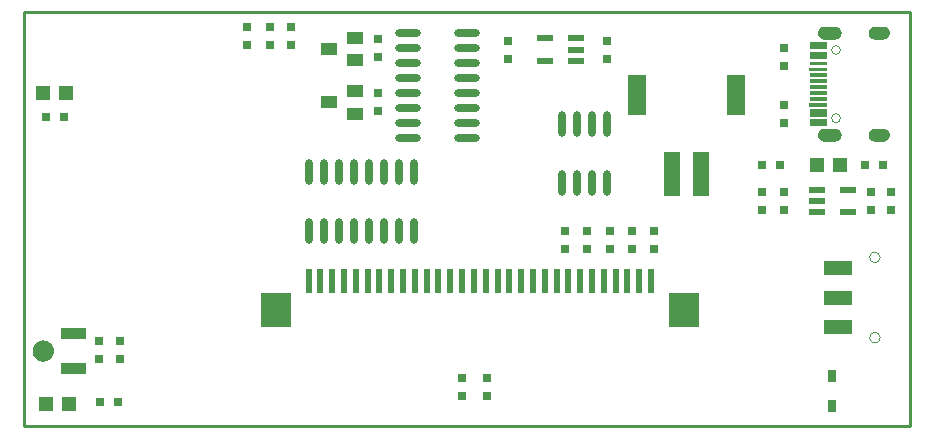
<source format=gtp>
G04*
G04 #@! TF.GenerationSoftware,Altium Limited,Altium Designer,20.0.13 (296)*
G04*
G04 Layer_Color=8421504*
%FSLAX24Y24*%
%MOIN*%
G70*
G01*
G75*
%ADD11C,0.0100*%
%ADD15C,0.0002*%
%ADD16R,0.0315X0.0299*%
%ADD17R,0.0551X0.0236*%
%ADD18R,0.0299X0.0315*%
%ADD19R,0.0472X0.0472*%
%ADD20R,0.0965X0.0472*%
%ADD21R,0.0315X0.0394*%
%ADD22R,0.0551X0.1496*%
%ADD23R,0.0630X0.1378*%
%ADD24R,0.0236X0.0787*%
%ADD25R,0.0984X0.1181*%
%ADD26O,0.0236X0.0866*%
%ADD27O,0.0866X0.0236*%
%ADD28R,0.0551X0.0394*%
G36*
X46462Y43217D02*
X46473Y43216D01*
X46484Y43215D01*
X46494Y43213D01*
X46505Y43211D01*
X46515Y43208D01*
X46525Y43204D01*
X46535Y43200D01*
X46545Y43196D01*
X46555Y43191D01*
X46564Y43186D01*
X46573Y43180D01*
X46582Y43173D01*
X46590Y43167D01*
X46599Y43160D01*
X46606Y43152D01*
X46614Y43144D01*
X46621Y43136D01*
X46627Y43127D01*
X46633Y43118D01*
X46639Y43109D01*
X46644Y43100D01*
X46649Y43090D01*
X46653Y43080D01*
X46657Y43070D01*
X46660Y43059D01*
X46662Y43049D01*
X46665Y43038D01*
X46666Y43028D01*
X46667Y43017D01*
X46668Y43006D01*
Y42995D01*
X46667Y42985D01*
X46666Y42974D01*
X46665Y42963D01*
X46662Y42953D01*
X46660Y42942D01*
X46657Y42932D01*
X46653Y42922D01*
X46649Y42912D01*
X46644Y42902D01*
X46639Y42893D01*
X46633Y42883D01*
X46627Y42874D01*
X46621Y42866D01*
X46614Y42858D01*
X46606Y42850D01*
X46599Y42842D01*
X46590Y42835D01*
X46582Y42828D01*
X46573Y42822D01*
X46564Y42816D01*
X46555Y42811D01*
X46545Y42806D01*
X46535Y42801D01*
X46525Y42797D01*
X46515Y42794D01*
X46505Y42791D01*
X46494Y42789D01*
X46484Y42787D01*
X46473Y42785D01*
X46462Y42785D01*
X46451Y42784D01*
X46176D01*
X46165Y42785D01*
X46154Y42785D01*
X46143Y42787D01*
X46133Y42789D01*
X46122Y42791D01*
X46112Y42794D01*
X46102Y42797D01*
X46092Y42801D01*
X46082Y42806D01*
X46072Y42811D01*
X46063Y42816D01*
X46054Y42822D01*
X46045Y42828D01*
X46036Y42835D01*
X46028Y42842D01*
X46021Y42850D01*
X46013Y42858D01*
X46006Y42866D01*
X46000Y42874D01*
X45994Y42883D01*
X45988Y42893D01*
X45983Y42902D01*
X45978Y42912D01*
X45974Y42922D01*
X45970Y42932D01*
X45967Y42942D01*
X45965Y42953D01*
X45962Y42963D01*
X45961Y42974D01*
X45960Y42985D01*
X45959Y42995D01*
Y43006D01*
X45960Y43017D01*
X45961Y43028D01*
X45962Y43038D01*
X45965Y43049D01*
X45967Y43059D01*
X45970Y43070D01*
X45974Y43080D01*
X45978Y43090D01*
X45983Y43100D01*
X45988Y43109D01*
X45994Y43118D01*
X46000Y43127D01*
X46006Y43136D01*
X46013Y43144D01*
X46021Y43152D01*
X46028Y43160D01*
X46036Y43167D01*
X46045Y43173D01*
X46054Y43180D01*
X46063Y43186D01*
X46072Y43191D01*
X46082Y43196D01*
X46092Y43200D01*
X46102Y43204D01*
X46112Y43208D01*
X46122Y43211D01*
X46133Y43213D01*
X46143Y43215D01*
X46154Y43216D01*
X46165Y43217D01*
X46176Y43217D01*
X46451D01*
X46462Y43217D01*
D02*
G37*
G36*
X44856D02*
X44866Y43216D01*
X44877Y43215D01*
X44888Y43213D01*
X44898Y43211D01*
X44909Y43208D01*
X44919Y43204D01*
X44929Y43200D01*
X44939Y43196D01*
X44948Y43191D01*
X44958Y43186D01*
X44967Y43180D01*
X44976Y43173D01*
X44984Y43167D01*
X44992Y43160D01*
X45000Y43152D01*
X45007Y43144D01*
X45014Y43136D01*
X45021Y43127D01*
X45027Y43118D01*
X45032Y43109D01*
X45038Y43100D01*
X45042Y43090D01*
X45046Y43080D01*
X45050Y43070D01*
X45053Y43059D01*
X45056Y43049D01*
X45058Y43038D01*
X45060Y43028D01*
X45061Y43017D01*
X45061Y43006D01*
Y42995D01*
X45061Y42985D01*
X45060Y42974D01*
X45058Y42963D01*
X45056Y42953D01*
X45053Y42942D01*
X45050Y42932D01*
X45046Y42922D01*
X45042Y42912D01*
X45038Y42902D01*
X45032Y42893D01*
X45027Y42883D01*
X45021Y42874D01*
X45014Y42866D01*
X45007Y42858D01*
X45000Y42850D01*
X44992Y42842D01*
X44984Y42835D01*
X44976Y42828D01*
X44967Y42822D01*
X44958Y42816D01*
X44948Y42811D01*
X44939Y42806D01*
X44929Y42801D01*
X44919Y42797D01*
X44909Y42794D01*
X44898Y42791D01*
X44888Y42789D01*
X44877Y42787D01*
X44866Y42785D01*
X44856Y42785D01*
X44845Y42784D01*
X44491D01*
X44480Y42785D01*
X44469Y42785D01*
X44458Y42787D01*
X44448Y42789D01*
X44437Y42791D01*
X44427Y42794D01*
X44417Y42797D01*
X44406Y42801D01*
X44397Y42806D01*
X44387Y42811D01*
X44378Y42816D01*
X44369Y42822D01*
X44360Y42828D01*
X44351Y42835D01*
X44343Y42842D01*
X44336Y42850D01*
X44328Y42858D01*
X44321Y42866D01*
X44315Y42874D01*
X44309Y42883D01*
X44303Y42893D01*
X44298Y42902D01*
X44293Y42912D01*
X44289Y42922D01*
X44285Y42932D01*
X44282Y42942D01*
X44279Y42953D01*
X44277Y42963D01*
X44276Y42974D01*
X44275Y42985D01*
X44274Y42995D01*
Y43006D01*
X44275Y43017D01*
X44276Y43028D01*
X44277Y43038D01*
X44279Y43049D01*
X44282Y43059D01*
X44285Y43070D01*
X44289Y43080D01*
X44293Y43090D01*
X44298Y43100D01*
X44303Y43109D01*
X44309Y43118D01*
X44315Y43127D01*
X44321Y43136D01*
X44328Y43144D01*
X44336Y43152D01*
X44343Y43160D01*
X44351Y43167D01*
X44360Y43173D01*
X44369Y43180D01*
X44378Y43186D01*
X44387Y43191D01*
X44397Y43196D01*
X44406Y43200D01*
X44417Y43204D01*
X44427Y43208D01*
X44437Y43211D01*
X44448Y43213D01*
X44458Y43215D01*
X44469Y43216D01*
X44480Y43217D01*
X44491Y43217D01*
X44845D01*
X44856Y43217D01*
D02*
G37*
G36*
X44582Y42461D02*
X43992D01*
Y42698D01*
X44582D01*
Y42461D01*
D02*
G37*
G36*
X44582Y42146D02*
X43992D01*
Y42383D01*
X44582D01*
Y42146D01*
D02*
G37*
G36*
X44582Y41930D02*
X43992D01*
Y42048D01*
X44582D01*
Y41930D01*
D02*
G37*
G36*
X44582Y41733D02*
X43991D01*
Y41851D01*
X44582D01*
Y41733D01*
D02*
G37*
G36*
X44582Y41536D02*
X43992D01*
Y41654D01*
X44582D01*
Y41536D01*
D02*
G37*
G36*
Y41339D02*
X43992D01*
Y41457D01*
X44582D01*
Y41339D01*
D02*
G37*
G36*
Y41143D02*
X43992D01*
Y41261D01*
X44582D01*
Y41143D01*
D02*
G37*
G36*
Y40946D02*
X43992D01*
Y41064D01*
X44582D01*
Y40946D01*
D02*
G37*
G36*
Y40749D02*
X43992D01*
Y40867D01*
X44582D01*
Y40749D01*
D02*
G37*
G36*
X44582Y40552D02*
X43991D01*
Y40670D01*
X44582D01*
Y40552D01*
D02*
G37*
G36*
X44582Y40217D02*
X43992D01*
Y40453D01*
X44582D01*
Y40217D01*
D02*
G37*
G36*
Y39902D02*
X43992D01*
Y40138D01*
X44582D01*
Y39902D01*
D02*
G37*
G36*
X46462Y39815D02*
X46473Y39815D01*
X46484Y39813D01*
X46494Y39811D01*
X46505Y39809D01*
X46515Y39806D01*
X46525Y39803D01*
X46535Y39799D01*
X46545Y39794D01*
X46555Y39789D01*
X46564Y39784D01*
X46573Y39778D01*
X46582Y39772D01*
X46590Y39765D01*
X46599Y39758D01*
X46606Y39750D01*
X46614Y39742D01*
X46621Y39734D01*
X46627Y39726D01*
X46633Y39717D01*
X46639Y39707D01*
X46644Y39698D01*
X46649Y39688D01*
X46653Y39678D01*
X46657Y39668D01*
X46660Y39658D01*
X46662Y39647D01*
X46665Y39637D01*
X46666Y39626D01*
X46667Y39615D01*
X46668Y39605D01*
Y39594D01*
X46667Y39583D01*
X46666Y39572D01*
X46665Y39562D01*
X46662Y39551D01*
X46660Y39541D01*
X46657Y39530D01*
X46653Y39520D01*
X46649Y39510D01*
X46644Y39500D01*
X46639Y39491D01*
X46633Y39482D01*
X46627Y39473D01*
X46621Y39464D01*
X46614Y39456D01*
X46606Y39448D01*
X46599Y39440D01*
X46590Y39433D01*
X46582Y39427D01*
X46573Y39420D01*
X46564Y39414D01*
X46555Y39409D01*
X46545Y39404D01*
X46535Y39400D01*
X46525Y39396D01*
X46515Y39392D01*
X46505Y39389D01*
X46494Y39387D01*
X46484Y39385D01*
X46473Y39384D01*
X46462Y39383D01*
X46451Y39383D01*
X46176D01*
X46165Y39383D01*
X46154Y39384D01*
X46143Y39385D01*
X46133Y39387D01*
X46122Y39389D01*
X46112Y39392D01*
X46102Y39396D01*
X46092Y39400D01*
X46082Y39404D01*
X46072Y39409D01*
X46063Y39414D01*
X46054Y39420D01*
X46045Y39427D01*
X46036Y39433D01*
X46028Y39440D01*
X46021Y39448D01*
X46013Y39456D01*
X46006Y39464D01*
X46000Y39473D01*
X45994Y39482D01*
X45988Y39491D01*
X45983Y39500D01*
X45978Y39510D01*
X45974Y39520D01*
X45970Y39530D01*
X45967Y39541D01*
X45965Y39551D01*
X45962Y39562D01*
X45961Y39572D01*
X45960Y39583D01*
X45959Y39594D01*
Y39605D01*
X45960Y39615D01*
X45961Y39626D01*
X45962Y39637D01*
X45965Y39647D01*
X45967Y39658D01*
X45970Y39668D01*
X45974Y39678D01*
X45978Y39688D01*
X45983Y39698D01*
X45988Y39707D01*
X45994Y39717D01*
X46000Y39726D01*
X46006Y39734D01*
X46013Y39742D01*
X46021Y39750D01*
X46028Y39758D01*
X46036Y39765D01*
X46045Y39772D01*
X46054Y39778D01*
X46063Y39784D01*
X46072Y39789D01*
X46082Y39794D01*
X46092Y39799D01*
X46102Y39803D01*
X46112Y39806D01*
X46122Y39809D01*
X46133Y39811D01*
X46143Y39813D01*
X46154Y39815D01*
X46165Y39815D01*
X46176Y39816D01*
X46451D01*
X46462Y39815D01*
D02*
G37*
G36*
X44856D02*
X44866Y39815D01*
X44877Y39813D01*
X44888Y39811D01*
X44898Y39809D01*
X44909Y39806D01*
X44919Y39803D01*
X44929Y39799D01*
X44939Y39794D01*
X44948Y39789D01*
X44958Y39784D01*
X44967Y39778D01*
X44976Y39772D01*
X44984Y39765D01*
X44992Y39758D01*
X45000Y39750D01*
X45007Y39742D01*
X45014Y39734D01*
X45021Y39726D01*
X45027Y39717D01*
X45032Y39707D01*
X45038Y39698D01*
X45042Y39688D01*
X45046Y39678D01*
X45050Y39668D01*
X45053Y39658D01*
X45056Y39647D01*
X45058Y39637D01*
X45060Y39626D01*
X45061Y39615D01*
X45061Y39605D01*
Y39594D01*
X45061Y39583D01*
X45060Y39572D01*
X45058Y39562D01*
X45056Y39551D01*
X45053Y39541D01*
X45050Y39530D01*
X45046Y39520D01*
X45042Y39510D01*
X45038Y39500D01*
X45032Y39491D01*
X45027Y39482D01*
X45021Y39473D01*
X45014Y39464D01*
X45007Y39456D01*
X45000Y39448D01*
X44992Y39440D01*
X44984Y39433D01*
X44976Y39427D01*
X44967Y39420D01*
X44958Y39414D01*
X44948Y39409D01*
X44939Y39404D01*
X44929Y39400D01*
X44919Y39396D01*
X44909Y39392D01*
X44898Y39389D01*
X44888Y39387D01*
X44877Y39385D01*
X44866Y39384D01*
X44856Y39383D01*
X44845Y39383D01*
X44491D01*
X44480Y39383D01*
X44469Y39384D01*
X44458Y39385D01*
X44448Y39387D01*
X44437Y39389D01*
X44427Y39392D01*
X44417Y39396D01*
X44406Y39400D01*
X44397Y39404D01*
X44387Y39409D01*
X44378Y39414D01*
X44369Y39420D01*
X44360Y39427D01*
X44351Y39433D01*
X44343Y39440D01*
X44336Y39448D01*
X44328Y39456D01*
X44321Y39464D01*
X44315Y39473D01*
X44309Y39482D01*
X44303Y39491D01*
X44298Y39500D01*
X44293Y39510D01*
X44289Y39520D01*
X44285Y39530D01*
X44282Y39541D01*
X44279Y39551D01*
X44277Y39562D01*
X44276Y39572D01*
X44275Y39583D01*
X44274Y39594D01*
Y39605D01*
X44275Y39615D01*
X44276Y39626D01*
X44277Y39637D01*
X44279Y39647D01*
X44282Y39658D01*
X44285Y39668D01*
X44289Y39678D01*
X44293Y39688D01*
X44298Y39698D01*
X44303Y39707D01*
X44309Y39717D01*
X44315Y39726D01*
X44321Y39734D01*
X44328Y39742D01*
X44336Y39750D01*
X44343Y39758D01*
X44351Y39765D01*
X44360Y39772D01*
X44369Y39778D01*
X44378Y39784D01*
X44387Y39789D01*
X44397Y39794D01*
X44406Y39799D01*
X44417Y39803D01*
X44427Y39806D01*
X44437Y39809D01*
X44448Y39811D01*
X44458Y39813D01*
X44469Y39815D01*
X44480Y39815D01*
X44491Y39816D01*
X44845D01*
X44856Y39815D01*
D02*
G37*
G36*
X19865Y32813D02*
X19038D01*
Y33168D01*
X19865D01*
Y32813D01*
D02*
G37*
G36*
X18458Y32754D02*
X18468Y32754D01*
X18478Y32753D01*
X18488Y32752D01*
X18498Y32751D01*
X18508Y32749D01*
X18518Y32747D01*
X18527Y32745D01*
X18537Y32743D01*
X18547Y32740D01*
X18556Y32737D01*
X18566Y32734D01*
X18575Y32731D01*
X18584Y32727D01*
X18593Y32723D01*
X18603Y32719D01*
X18611Y32714D01*
X18620Y32710D01*
X18629Y32705D01*
X18637Y32700D01*
X18646Y32694D01*
X18654Y32688D01*
X18662Y32682D01*
X18670Y32676D01*
X18678Y32670D01*
X18685Y32663D01*
X18692Y32657D01*
X18700Y32650D01*
X18707Y32642D01*
X18713Y32635D01*
X18720Y32628D01*
X18726Y32620D01*
X18732Y32612D01*
X18738Y32604D01*
X18744Y32596D01*
X18749Y32587D01*
X18754Y32579D01*
X18759Y32570D01*
X18764Y32561D01*
X18768Y32552D01*
X18772Y32543D01*
X18776Y32534D01*
X18780Y32525D01*
X18783Y32515D01*
X18786Y32506D01*
X18789Y32496D01*
X18792Y32486D01*
X18794Y32477D01*
X18796Y32467D01*
X18798Y32457D01*
X18799Y32447D01*
X18800Y32437D01*
X18801Y32427D01*
X18802Y32417D01*
X18802Y32407D01*
X18802Y32397D01*
X18802Y32388D01*
X18802Y32378D01*
X18801Y32368D01*
X18800Y32358D01*
X18799Y32348D01*
X18797Y32338D01*
X18795Y32328D01*
X18793Y32318D01*
X18791Y32309D01*
X18788Y32299D01*
X18785Y32290D01*
X18782Y32280D01*
X18778Y32271D01*
X18774Y32262D01*
X18770Y32252D01*
X18766Y32243D01*
X18761Y32234D01*
X18757Y32226D01*
X18752Y32217D01*
X18746Y32209D01*
X18741Y32200D01*
X18735Y32192D01*
X18729Y32184D01*
X18723Y32176D01*
X18717Y32169D01*
X18710Y32161D01*
X18703Y32154D01*
X18696Y32147D01*
X18689Y32140D01*
X18681Y32133D01*
X18674Y32127D01*
X18666Y32121D01*
X18658Y32115D01*
X18650Y32109D01*
X18642Y32103D01*
X18633Y32098D01*
X18625Y32093D01*
X18616Y32088D01*
X18607Y32083D01*
X18598Y32079D01*
X18589Y32075D01*
X18580Y32071D01*
X18570Y32067D01*
X18561Y32064D01*
X18551Y32061D01*
X18542Y32058D01*
X18532Y32056D01*
X18522Y32054D01*
X18513Y32052D01*
X18503Y32050D01*
X18493Y32049D01*
X18483Y32047D01*
X18473Y32047D01*
X18463Y32046D01*
X18453Y32046D01*
X18443D01*
X18433Y32046D01*
X18423Y32047D01*
X18413Y32047D01*
X18403Y32049D01*
X18393Y32050D01*
X18384Y32052D01*
X18374Y32054D01*
X18364Y32056D01*
X18354Y32058D01*
X18345Y32061D01*
X18335Y32064D01*
X18326Y32067D01*
X18317Y32071D01*
X18307Y32075D01*
X18298Y32079D01*
X18289Y32083D01*
X18280Y32088D01*
X18272Y32093D01*
X18263Y32098D01*
X18255Y32103D01*
X18246Y32109D01*
X18238Y32115D01*
X18230Y32121D01*
X18223Y32127D01*
X18215Y32133D01*
X18207Y32140D01*
X18200Y32147D01*
X18193Y32154D01*
X18186Y32161D01*
X18180Y32169D01*
X18173Y32176D01*
X18167Y32184D01*
X18161Y32192D01*
X18155Y32200D01*
X18150Y32209D01*
X18145Y32217D01*
X18140Y32226D01*
X18135Y32234D01*
X18130Y32243D01*
X18126Y32252D01*
X18122Y32262D01*
X18118Y32271D01*
X18115Y32280D01*
X18111Y32290D01*
X18108Y32299D01*
X18106Y32309D01*
X18103Y32318D01*
X18101Y32328D01*
X18099Y32338D01*
X18098Y32348D01*
X18096Y32358D01*
X18095Y32368D01*
X18095Y32378D01*
X18094Y32388D01*
X18094Y32397D01*
X18094Y32407D01*
X18094Y32417D01*
X18095Y32427D01*
X18096Y32437D01*
X18097Y32447D01*
X18098Y32457D01*
X18100Y32467D01*
X18102Y32477D01*
X18105Y32486D01*
X18107Y32496D01*
X18110Y32506D01*
X18113Y32515D01*
X18116Y32525D01*
X18120Y32534D01*
X18124Y32543D01*
X18128Y32552D01*
X18133Y32561D01*
X18137Y32570D01*
X18142Y32579D01*
X18147Y32587D01*
X18153Y32596D01*
X18158Y32604D01*
X18164Y32612D01*
X18170Y32620D01*
X18177Y32628D01*
X18183Y32635D01*
X18190Y32642D01*
X18197Y32650D01*
X18204Y32657D01*
X18211Y32663D01*
X18219Y32670D01*
X18226Y32676D01*
X18234Y32682D01*
X18242Y32688D01*
X18251Y32694D01*
X18259Y32700D01*
X18267Y32705D01*
X18276Y32710D01*
X18285Y32714D01*
X18294Y32719D01*
X18303Y32723D01*
X18312Y32727D01*
X18321Y32731D01*
X18331Y32734D01*
X18340Y32737D01*
X18350Y32740D01*
X18359Y32743D01*
X18369Y32745D01*
X18379Y32747D01*
X18389Y32749D01*
X18398Y32751D01*
X18408Y32752D01*
X18418Y32753D01*
X18428Y32754D01*
X18438Y32754D01*
X18448Y32754D01*
X18458Y32754D01*
D02*
G37*
G36*
X19865Y31632D02*
X19038D01*
Y31987D01*
X19865D01*
Y31632D01*
D02*
G37*
D11*
X47331Y43678D02*
X47350D01*
X47331D02*
X47331Y29922D01*
X47350Y29900D01*
X17800Y43700D02*
X47328D01*
X17800D02*
X17800Y29900D01*
X47350D01*
D15*
X46348Y35523D02*
G03*
X46348Y35523I-177J0D01*
G01*
Y32846D02*
G03*
X46348Y32846I-177J0D01*
G01*
X45024Y42438D02*
G03*
X45024Y42438I-148J0D01*
G01*
Y40162D02*
G03*
X45024Y40162I-148J0D01*
G01*
D16*
X37250Y42151D02*
D03*
Y42749D02*
D03*
X33950Y42151D02*
D03*
Y42749D02*
D03*
X20999Y32151D02*
D03*
Y32749D02*
D03*
X20300D02*
D03*
Y32151D02*
D03*
X33231Y31499D02*
D03*
Y30901D02*
D03*
X32400Y31499D02*
D03*
Y30901D02*
D03*
X43150Y37699D02*
D03*
Y37101D02*
D03*
X42401Y37699D02*
D03*
Y37101D02*
D03*
X46700Y37101D02*
D03*
Y37699D02*
D03*
X46045Y37101D02*
D03*
Y37699D02*
D03*
X43150Y40599D02*
D03*
Y40001D02*
D03*
Y41901D02*
D03*
Y42499D02*
D03*
X38811Y36399D02*
D03*
Y35801D02*
D03*
X38071D02*
D03*
Y36399D02*
D03*
X37331D02*
D03*
Y35801D02*
D03*
X36590Y36399D02*
D03*
Y35801D02*
D03*
X35850D02*
D03*
Y36399D02*
D03*
X29619Y40417D02*
D03*
Y41016D02*
D03*
X29600Y42202D02*
D03*
Y42800D02*
D03*
X26708Y42601D02*
D03*
Y43199D02*
D03*
X26000D02*
D03*
Y42601D02*
D03*
X25249Y43199D02*
D03*
Y42601D02*
D03*
D17*
X36212Y42076D02*
D03*
Y42450D02*
D03*
Y42824D02*
D03*
X35188D02*
D03*
Y42076D02*
D03*
X44238Y37774D02*
D03*
Y37400D02*
D03*
Y37026D02*
D03*
X45262D02*
D03*
Y37774D02*
D03*
D18*
X20351Y30700D02*
D03*
X20949D02*
D03*
X45852Y38600D02*
D03*
X46450D02*
D03*
X42401D02*
D03*
X42999D02*
D03*
X19149Y40200D02*
D03*
X18551D02*
D03*
D19*
X18552Y30650D02*
D03*
X19300D02*
D03*
X45000Y38600D02*
D03*
X44252D02*
D03*
X18452Y41000D02*
D03*
X19200D02*
D03*
D20*
X44950Y33200D02*
D03*
Y35168D02*
D03*
Y34184D02*
D03*
D21*
X44750Y31567D02*
D03*
Y30582D02*
D03*
D22*
X39400Y38300D02*
D03*
X40384Y38300D02*
D03*
D23*
X38239Y40938D02*
D03*
X41546D02*
D03*
D24*
X27294Y34750D02*
D03*
X27688D02*
D03*
X28082D02*
D03*
X28475D02*
D03*
X28869D02*
D03*
X29263D02*
D03*
X29656D02*
D03*
X30050D02*
D03*
X30444D02*
D03*
X30837D02*
D03*
X31231D02*
D03*
X31625D02*
D03*
X32018D02*
D03*
X32412D02*
D03*
X32806D02*
D03*
X33200D02*
D03*
X33593D02*
D03*
X33987D02*
D03*
X34381D02*
D03*
X34774D02*
D03*
X35168D02*
D03*
X35562D02*
D03*
X35956D02*
D03*
X36349D02*
D03*
X36743D02*
D03*
X37137D02*
D03*
X37530D02*
D03*
X37924D02*
D03*
X38318D02*
D03*
X38711D02*
D03*
D25*
X39794Y33785D02*
D03*
X26211D02*
D03*
D26*
X30800Y36400D02*
D03*
X30300D02*
D03*
X29800D02*
D03*
X29300D02*
D03*
X28800D02*
D03*
X28300D02*
D03*
X27800D02*
D03*
X27300D02*
D03*
Y38368D02*
D03*
X27800D02*
D03*
X28300D02*
D03*
X28800D02*
D03*
X29300D02*
D03*
X29800D02*
D03*
X30300D02*
D03*
X30800D02*
D03*
X35750Y38000D02*
D03*
X36250D02*
D03*
X36750D02*
D03*
X37250D02*
D03*
Y39969D02*
D03*
X36750D02*
D03*
X36250D02*
D03*
X35750D02*
D03*
D27*
X32584Y39500D02*
D03*
Y40000D02*
D03*
Y40500D02*
D03*
Y41000D02*
D03*
Y41500D02*
D03*
Y42000D02*
D03*
Y42500D02*
D03*
Y43000D02*
D03*
X30616D02*
D03*
Y42500D02*
D03*
Y42000D02*
D03*
Y41500D02*
D03*
Y41000D02*
D03*
Y40500D02*
D03*
Y40000D02*
D03*
Y39500D02*
D03*
D28*
X28848Y40317D02*
D03*
Y41065D02*
D03*
X27982Y40691D02*
D03*
X28848Y42100D02*
D03*
Y42848D02*
D03*
X27982Y42474D02*
D03*
M02*

</source>
